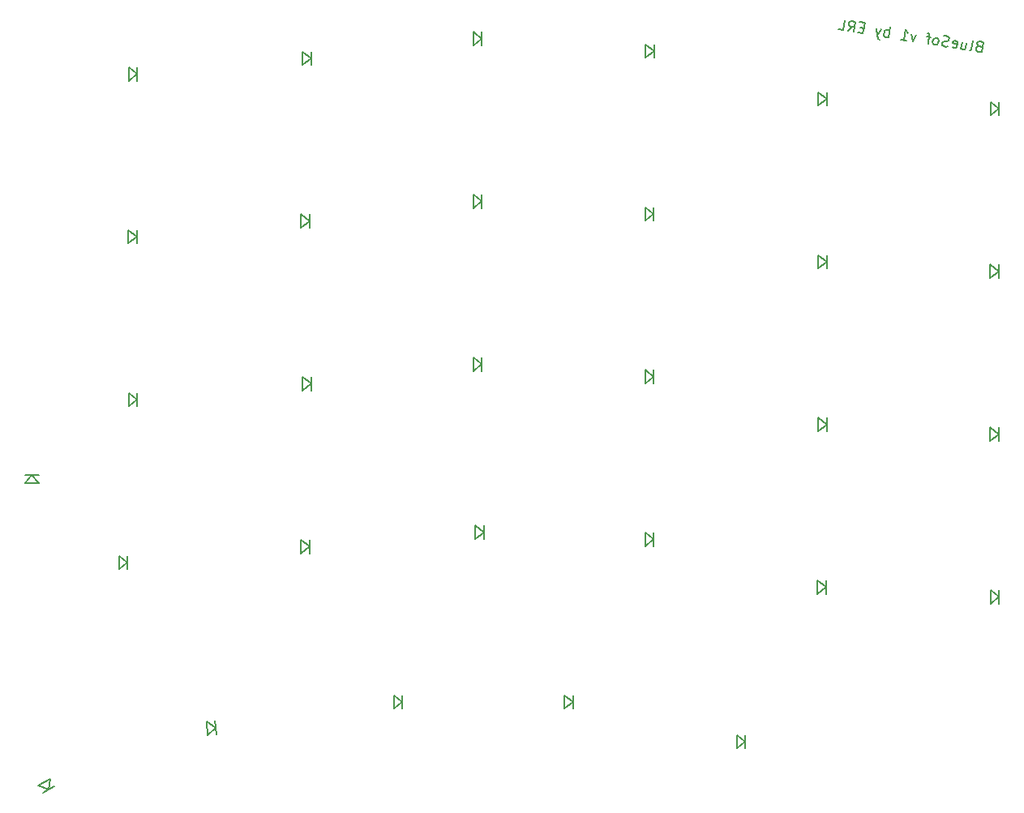
<source format=gbo>
G04 #@! TF.GenerationSoftware,KiCad,Pcbnew,(5.1.8-0-10_14)*
G04 #@! TF.CreationDate,2020-12-08T08:42:12-07:00*
G04 #@! TF.ProjectId,BlueSof,426c7565-536f-4662-9e6b-696361645f70,rev?*
G04 #@! TF.SameCoordinates,Original*
G04 #@! TF.FileFunction,Legend,Bot*
G04 #@! TF.FilePolarity,Positive*
%FSLAX46Y46*%
G04 Gerber Fmt 4.6, Leading zero omitted, Abs format (unit mm)*
G04 Created by KiCad (PCBNEW (5.1.8-0-10_14)) date 2020-12-08 08:42:12*
%MOMM*%
%LPD*%
G01*
G04 APERTURE LIST*
%ADD10C,0.200000*%
%ADD11C,0.150000*%
G04 APERTURE END LIST*
D10*
X209898394Y-46436805D02*
X209734992Y-46463958D01*
X209675062Y-46507500D01*
X209606937Y-46602778D01*
X209582355Y-46757986D01*
X209617702Y-46869653D01*
X209661244Y-46929583D01*
X209756522Y-46997707D01*
X210170411Y-47063261D01*
X210342489Y-45976803D01*
X209980336Y-45919444D01*
X209868670Y-45954792D01*
X209808740Y-45998334D01*
X209740615Y-46093612D01*
X209724227Y-46197084D01*
X209759575Y-46308750D01*
X209803116Y-46368680D01*
X209898394Y-46436805D01*
X210260547Y-46494164D01*
X208928745Y-46866600D02*
X209040412Y-46831253D01*
X209108536Y-46735975D01*
X209256031Y-45804726D01*
X208163951Y-46002994D02*
X208049232Y-46727299D01*
X208629576Y-46076742D02*
X208539439Y-46645839D01*
X208471315Y-46741116D01*
X208359649Y-46776464D01*
X208204441Y-46751882D01*
X208109163Y-46683757D01*
X208065621Y-46623827D01*
X207126178Y-46528068D02*
X207221456Y-46596192D01*
X207428400Y-46628969D01*
X207540066Y-46593621D01*
X207608190Y-46498343D01*
X207673744Y-46084455D01*
X207638396Y-45972788D01*
X207543118Y-45904664D01*
X207336174Y-45871887D01*
X207224508Y-45907235D01*
X207156383Y-46002513D01*
X207139995Y-46105985D01*
X207640967Y-46291399D01*
X206660553Y-46454320D02*
X206497151Y-46481473D01*
X206238470Y-46440503D01*
X206143193Y-46372378D01*
X206099651Y-46312448D01*
X206064303Y-46200782D01*
X206080691Y-46097309D01*
X206148816Y-46002032D01*
X206208746Y-45958490D01*
X206320412Y-45923142D01*
X206535551Y-45904183D01*
X206647217Y-45868835D01*
X206707147Y-45825293D01*
X206775272Y-45730015D01*
X206791660Y-45626543D01*
X206756312Y-45514877D01*
X206712771Y-45454947D01*
X206617493Y-45386822D01*
X206358812Y-45345851D01*
X206195410Y-45373005D01*
X205410694Y-46309396D02*
X205522360Y-46274048D01*
X205582290Y-46230506D01*
X205650415Y-46135228D01*
X205699580Y-45824812D01*
X205664232Y-45713145D01*
X205620690Y-45653215D01*
X205525412Y-45585091D01*
X205370204Y-45560508D01*
X205258538Y-45595856D01*
X205198607Y-45639398D01*
X205130483Y-45734676D01*
X205081318Y-46045092D01*
X205116666Y-46156758D01*
X205160207Y-46216689D01*
X205255485Y-46284813D01*
X205410694Y-46309396D01*
X204852843Y-45478566D02*
X204438955Y-45413013D01*
X204582917Y-46178289D02*
X204730412Y-45247040D01*
X204695064Y-45135373D01*
X204599786Y-45067249D01*
X204496314Y-45050860D01*
X203352498Y-45240935D02*
X202979099Y-45924269D01*
X202835137Y-45158993D01*
X201737434Y-45727608D02*
X202358266Y-45825939D01*
X202047850Y-45776773D02*
X202219928Y-44690316D01*
X202298817Y-44861913D01*
X202385901Y-44981773D01*
X202481179Y-45049898D01*
X200444032Y-45522754D02*
X200616110Y-44436296D01*
X200550557Y-44850185D02*
X200455279Y-44782060D01*
X200248334Y-44749284D01*
X200136668Y-44784631D01*
X200076738Y-44828173D01*
X200008614Y-44923451D01*
X199959448Y-45233868D01*
X199994796Y-45345534D01*
X200038338Y-45405464D01*
X200133616Y-45473589D01*
X200340560Y-45506365D01*
X200452226Y-45471018D01*
X199679238Y-44659148D02*
X199305839Y-45342482D01*
X199161877Y-44577206D02*
X199305839Y-45342482D01*
X199368340Y-45617550D01*
X199411882Y-45677480D01*
X199507160Y-45745605D01*
X197895629Y-44535754D02*
X197533477Y-44478394D01*
X197288133Y-45022908D02*
X197805493Y-45104850D01*
X197977571Y-44018393D01*
X197460211Y-43936451D01*
X196201676Y-44850830D02*
X196645770Y-44390829D01*
X196822508Y-44949161D02*
X196994586Y-43862703D01*
X196580698Y-43797150D01*
X196469031Y-43832498D01*
X196409101Y-43876039D01*
X196340977Y-43971317D01*
X196316394Y-44126526D01*
X196351742Y-44238192D01*
X196395284Y-44298122D01*
X196490562Y-44366247D01*
X196904450Y-44431800D01*
X195218691Y-44695141D02*
X195736051Y-44777083D01*
X195908129Y-43690626D01*
D11*
X185500000Y-119800000D02*
X185500000Y-118400000D01*
X184600000Y-118400000D02*
X185500000Y-119100000D01*
X184600000Y-119800000D02*
X184600000Y-118400000D01*
X185500000Y-119100000D02*
X184600000Y-119800000D01*
X167500000Y-114950000D02*
X166600000Y-115650000D01*
X166600000Y-115650000D02*
X166600000Y-114250000D01*
X166600000Y-114250000D02*
X167500000Y-114950000D01*
X167500000Y-115650000D02*
X167500000Y-114250000D01*
X149700000Y-114950000D02*
X148800000Y-115650000D01*
X148800000Y-115650000D02*
X148800000Y-114250000D01*
X148800000Y-114250000D02*
X149700000Y-114950000D01*
X149700000Y-115650000D02*
X149700000Y-114250000D01*
X130191628Y-117606422D02*
X129356062Y-118382199D01*
X129356062Y-118382199D02*
X129234044Y-116987526D01*
X129234044Y-116987526D02*
X130191628Y-117606422D01*
X130252637Y-118303758D02*
X130130619Y-116909086D01*
X112750000Y-124083013D02*
X111693782Y-123653590D01*
X111693782Y-123653590D02*
X112906218Y-122953590D01*
X112906218Y-122953590D02*
X112750000Y-124083013D01*
X112143782Y-124433013D02*
X113356218Y-123733013D01*
X111000000Y-91200000D02*
X111700000Y-92100000D01*
X111700000Y-92100000D02*
X110300000Y-92100000D01*
X110300000Y-92100000D02*
X111000000Y-91200000D01*
X111700000Y-91200000D02*
X110300000Y-91200000D01*
X212000000Y-103950000D02*
X211100000Y-104650000D01*
X211100000Y-104650000D02*
X211100000Y-103250000D01*
X211100000Y-103250000D02*
X212000000Y-103950000D01*
X212000000Y-104650000D02*
X212000000Y-103250000D01*
X193950000Y-102950000D02*
X193050000Y-103650000D01*
X193050000Y-103650000D02*
X193050000Y-102250000D01*
X193050000Y-102250000D02*
X193950000Y-102950000D01*
X193950000Y-103650000D02*
X193950000Y-102250000D01*
X175950000Y-97950000D02*
X175050000Y-98650000D01*
X175050000Y-98650000D02*
X175050000Y-97250000D01*
X175050000Y-97250000D02*
X175950000Y-97950000D01*
X175950000Y-98650000D02*
X175950000Y-97250000D01*
X158200000Y-97200000D02*
X157300000Y-97900000D01*
X157300000Y-97900000D02*
X157300000Y-96500000D01*
X157300000Y-96500000D02*
X158200000Y-97200000D01*
X158200000Y-97900000D02*
X158200000Y-96500000D01*
X140000000Y-98700000D02*
X139100000Y-99400000D01*
X139100000Y-99400000D02*
X139100000Y-98000000D01*
X139100000Y-98000000D02*
X140000000Y-98700000D01*
X140000000Y-99400000D02*
X140000000Y-98000000D01*
X121000000Y-100350000D02*
X120100000Y-101050000D01*
X120100000Y-101050000D02*
X120100000Y-99650000D01*
X120100000Y-99650000D02*
X121000000Y-100350000D01*
X121000000Y-101050000D02*
X121000000Y-99650000D01*
X211950000Y-86950000D02*
X211050000Y-87650000D01*
X211050000Y-87650000D02*
X211050000Y-86250000D01*
X211050000Y-86250000D02*
X211950000Y-86950000D01*
X211950000Y-87650000D02*
X211950000Y-86250000D01*
X194000000Y-85950000D02*
X193100000Y-86650000D01*
X193100000Y-86650000D02*
X193100000Y-85250000D01*
X193100000Y-85250000D02*
X194000000Y-85950000D01*
X194000000Y-86650000D02*
X194000000Y-85250000D01*
X175950000Y-80950000D02*
X175050000Y-81650000D01*
X175050000Y-81650000D02*
X175050000Y-80250000D01*
X175050000Y-80250000D02*
X175950000Y-80950000D01*
X175950000Y-81650000D02*
X175950000Y-80250000D01*
X158000000Y-79650000D02*
X157100000Y-80350000D01*
X157100000Y-80350000D02*
X157100000Y-78950000D01*
X157100000Y-78950000D02*
X158000000Y-79650000D01*
X158000000Y-80350000D02*
X158000000Y-78950000D01*
X140200000Y-81700000D02*
X139300000Y-82400000D01*
X139300000Y-82400000D02*
X139300000Y-81000000D01*
X139300000Y-81000000D02*
X140200000Y-81700000D01*
X140200000Y-82400000D02*
X140200000Y-81000000D01*
X122000000Y-83350000D02*
X121100000Y-84050000D01*
X121100000Y-84050000D02*
X121100000Y-82650000D01*
X121100000Y-82650000D02*
X122000000Y-83350000D01*
X122000000Y-84050000D02*
X122000000Y-82650000D01*
X211950000Y-69950000D02*
X211050000Y-70650000D01*
X211050000Y-70650000D02*
X211050000Y-69250000D01*
X211050000Y-69250000D02*
X211950000Y-69950000D01*
X211950000Y-70650000D02*
X211950000Y-69250000D01*
X194000000Y-68950000D02*
X193100000Y-69650000D01*
X193100000Y-69650000D02*
X193100000Y-68250000D01*
X193100000Y-68250000D02*
X194000000Y-68950000D01*
X194000000Y-69650000D02*
X194000000Y-68250000D01*
X175950000Y-63950000D02*
X175050000Y-64650000D01*
X175050000Y-64650000D02*
X175050000Y-63250000D01*
X175050000Y-63250000D02*
X175950000Y-63950000D01*
X175950000Y-64650000D02*
X175950000Y-63250000D01*
X158000000Y-62650000D02*
X157100000Y-63350000D01*
X157100000Y-63350000D02*
X157100000Y-61950000D01*
X157100000Y-61950000D02*
X158000000Y-62650000D01*
X158000000Y-63350000D02*
X158000000Y-61950000D01*
X140000000Y-64700000D02*
X139100000Y-65400000D01*
X139100000Y-65400000D02*
X139100000Y-64000000D01*
X139100000Y-64000000D02*
X140000000Y-64700000D01*
X140000000Y-65400000D02*
X140000000Y-64000000D01*
X121950000Y-66350000D02*
X121050000Y-67050000D01*
X121050000Y-67050000D02*
X121050000Y-65650000D01*
X121050000Y-65650000D02*
X121950000Y-66350000D01*
X121950000Y-67050000D02*
X121950000Y-65650000D01*
X212000000Y-52950000D02*
X211100000Y-53650000D01*
X211100000Y-53650000D02*
X211100000Y-52250000D01*
X211100000Y-52250000D02*
X212000000Y-52950000D01*
X212000000Y-53650000D02*
X212000000Y-52250000D01*
X194000000Y-51950000D02*
X193100000Y-52650000D01*
X193100000Y-52650000D02*
X193100000Y-51250000D01*
X193100000Y-51250000D02*
X194000000Y-51950000D01*
X194000000Y-52650000D02*
X194000000Y-51250000D01*
X176000000Y-46950000D02*
X175100000Y-47650000D01*
X175100000Y-47650000D02*
X175100000Y-46250000D01*
X175100000Y-46250000D02*
X176000000Y-46950000D01*
X176000000Y-47650000D02*
X176000000Y-46250000D01*
X158000000Y-45650000D02*
X157100000Y-46350000D01*
X157100000Y-46350000D02*
X157100000Y-44950000D01*
X157100000Y-44950000D02*
X158000000Y-45650000D01*
X158000000Y-46350000D02*
X158000000Y-44950000D01*
X140200000Y-47700000D02*
X139300000Y-48400000D01*
X139300000Y-48400000D02*
X139300000Y-47000000D01*
X139300000Y-47000000D02*
X140200000Y-47700000D01*
X140200000Y-48400000D02*
X140200000Y-47000000D01*
X122000000Y-49350000D02*
X121100000Y-50050000D01*
X121100000Y-50050000D02*
X121100000Y-48650000D01*
X121100000Y-48650000D02*
X122000000Y-49350000D01*
X122000000Y-50050000D02*
X122000000Y-48650000D01*
M02*

</source>
